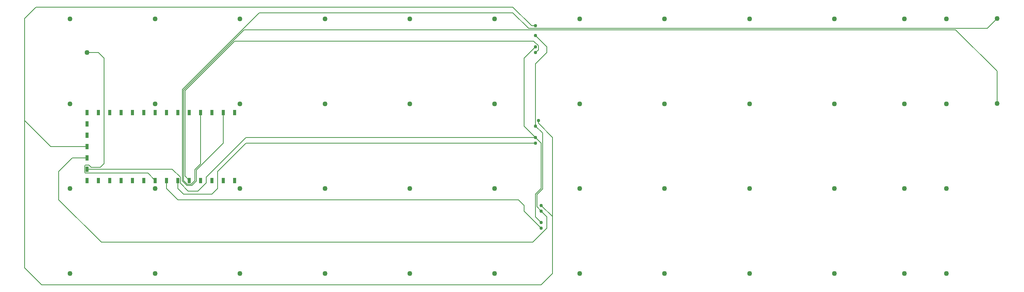
<source format=gbr>
G04 EAGLE Gerber RS-274X export*
G75*
%MOMM*%
%FSLAX34Y34*%
%LPD*%
%INTop Copper*%
%IPPOS*%
%AMOC8*
5,1,8,0,0,1.08239X$1,22.5*%
G01*
G04 Define Apertures*
%ADD10R,0.635000X1.270000*%
%ADD11C,1.108000*%
%ADD12C,0.152400*%
%ADD13C,0.756400*%
D10*
X546100Y500380D03*
X520700Y500380D03*
X495300Y500380D03*
X469900Y500380D03*
X444500Y500380D03*
X419100Y500380D03*
X393700Y500380D03*
X368300Y500380D03*
X342900Y500380D03*
X317500Y500380D03*
X292100Y500380D03*
X266700Y500380D03*
X241300Y500380D03*
X215900Y500380D03*
X215900Y474980D03*
X215900Y449580D03*
X215900Y424180D03*
X215900Y398780D03*
X215900Y373380D03*
X215900Y347980D03*
X241300Y347980D03*
X266700Y347980D03*
X292100Y347980D03*
X317500Y347980D03*
X342900Y347980D03*
X368300Y347980D03*
X393700Y347980D03*
X419100Y347980D03*
X444500Y347980D03*
X469900Y347980D03*
X495300Y347980D03*
X546100Y347980D03*
X520700Y347980D03*
D11*
X747776Y519430D03*
X557784Y519430D03*
X367792Y519430D03*
X177800Y519430D03*
X2138680Y709930D03*
X2044700Y709930D03*
X1887728Y709930D03*
X1697736Y709930D03*
X1507744Y709930D03*
X1317752Y709930D03*
X1127760Y709930D03*
X937768Y709930D03*
X747776Y709930D03*
X557784Y709930D03*
X367792Y709930D03*
X177800Y709930D03*
X2251964Y711200D03*
X2251964Y520700D03*
X1507744Y330200D03*
X1317752Y330200D03*
X1127760Y330200D03*
X937768Y330200D03*
X747776Y330200D03*
X557784Y330200D03*
X367792Y330200D03*
X177800Y330200D03*
X2138680Y519430D03*
X2044700Y519430D03*
X1887728Y519430D03*
X1697736Y519430D03*
X1507744Y519430D03*
X1317752Y519430D03*
X1127760Y519430D03*
X937768Y519430D03*
X2138680Y139700D03*
X2044700Y139700D03*
X1887728Y139700D03*
X1697736Y139700D03*
X1507744Y139700D03*
X1317752Y139700D03*
X1127760Y139700D03*
X937768Y139700D03*
X747776Y139700D03*
X557784Y139700D03*
X367792Y139700D03*
X177800Y139700D03*
X2138680Y330200D03*
X2044700Y330200D03*
X1887728Y330200D03*
X1697736Y330200D03*
X215900Y635000D03*
D12*
X2159000Y685800D02*
X2251964Y592836D01*
X2251964Y520700D01*
X567189Y685800D02*
X431800Y550411D01*
X567189Y685800D02*
X2159000Y685800D01*
X448622Y339344D02*
X440378Y339344D01*
X431800Y347922D01*
X431800Y550411D01*
X469900Y500380D02*
X469900Y385311D01*
X457200Y372611D01*
X457200Y347922D02*
X448622Y339344D01*
X457200Y347922D02*
X457200Y372611D01*
X520700Y431800D02*
X520700Y500380D01*
X520700Y431800D02*
X460248Y371348D01*
X1168400Y723900D02*
X1203452Y688848D01*
X2229612Y688848D02*
X2251964Y711200D01*
X2229612Y688848D02*
X1203452Y688848D01*
X1168400Y723900D02*
X600979Y723900D01*
X428752Y551673D01*
X439116Y336296D02*
X449884Y336296D01*
X428752Y346660D02*
X428752Y551673D01*
X428752Y346660D02*
X439116Y336296D01*
X449884Y336296D02*
X460248Y346660D01*
X460248Y371348D01*
D13*
X1219200Y635000D03*
D12*
X444500Y347980D02*
X434848Y357632D01*
X434848Y549148D01*
X546100Y660400D01*
X1215082Y660400D01*
X1225268Y650214D01*
X1225268Y641068D01*
X1219200Y635000D01*
D13*
X1219200Y431800D03*
D12*
X571500Y431800D01*
X508000Y368300D01*
X508000Y330200D01*
X495300Y317500D01*
X431800Y317500D01*
X419100Y330200D01*
X419100Y347980D01*
D13*
X1231900Y241300D03*
D12*
X1193800Y279400D01*
X1193800Y292100D01*
X1181100Y304800D01*
X419100Y304800D01*
X393700Y330200D01*
X393700Y347980D01*
X368300Y347980D02*
X368300Y348038D01*
X254000Y622300D02*
X241300Y635000D01*
X215900Y635000D01*
X254000Y622300D02*
X254000Y386022D01*
X351594Y364744D02*
X368300Y348038D01*
X254000Y386022D02*
X245422Y377444D01*
X211778Y364744D02*
X351594Y364744D01*
X211778Y364744D02*
X210439Y366083D01*
X210439Y380677D01*
X211778Y382016D01*
X220022Y382016D01*
X224594Y377444D01*
X245422Y377444D01*
D13*
X1231996Y292196D03*
D12*
X1168400Y736600D02*
X101600Y736600D01*
X76200Y711200D01*
X76200Y482600D01*
X134620Y424180D01*
X215900Y424180D01*
X1231996Y292196D02*
X1257300Y266892D01*
X1257300Y139700D01*
X1231900Y114300D01*
X114300Y114300D01*
X76200Y152400D01*
X76200Y482600D01*
D13*
X1219200Y694916D03*
D12*
X1210084Y694916D02*
X1168400Y736600D01*
X1210084Y694916D02*
X1219200Y694916D01*
X1257300Y444500D02*
X1257300Y266892D01*
D13*
X1225268Y482600D03*
D12*
X1225268Y476532D02*
X1257300Y444500D01*
X1225268Y476532D02*
X1225268Y482600D01*
D13*
X1219200Y647700D03*
X1219200Y444500D03*
X1231900Y254000D03*
D12*
X1193800Y469900D02*
X1193800Y622300D01*
X1193800Y469900D02*
X1219200Y444500D01*
X1219200Y266700D02*
X1231900Y254000D01*
X1219200Y266700D02*
X1219200Y317500D01*
X1231900Y330200D01*
X1231900Y431800D01*
X1219200Y444500D01*
X571500Y444500D01*
X482600Y355600D01*
X482600Y342900D01*
X406458Y373380D02*
X215900Y373380D01*
X406458Y373380D02*
X424561Y355277D01*
X463804Y324104D02*
X482600Y342900D01*
X463804Y324104D02*
X441975Y324104D01*
X424561Y341518D01*
X424561Y355277D01*
X1193800Y622300D02*
X1219200Y647700D01*
D13*
X1219200Y673100D03*
X1219200Y469900D03*
X1231900Y279400D03*
D12*
X1219200Y469900D02*
X1219200Y609600D01*
X1219200Y469900D02*
X1234948Y454152D01*
X1231900Y279400D02*
X1244600Y266700D01*
X1244600Y241300D02*
X1212850Y209550D01*
X247650Y209550D01*
X152400Y304800D01*
X152400Y368300D01*
X182880Y398780D01*
X215900Y398780D01*
X1219200Y609600D02*
X1244600Y635000D01*
X1244600Y647700D02*
X1219200Y673100D01*
X1244600Y647700D02*
X1244600Y635000D01*
X1244600Y266700D02*
X1244600Y241300D01*
X1231900Y279400D02*
X1222248Y289052D01*
X1222248Y316237D01*
X1234948Y328937D01*
X1234948Y454152D01*
M02*

</source>
